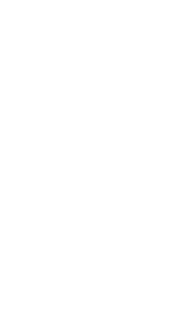
<source format=gbr>
G04 GERBER ASCII OUTPUT FROM: EDWINXP (VER. 1.61 REV. 20080915)*
G04 GERBER FORMAT: RX-274-X*
G04 BOARD: AMICUS_SMARTCARD*
G04 ARTWORK OF SOLD.PRINT POSITIVE*
%ASAXBY*%
%FSLAX23Y23*%
%MIA0B0*%
%MOIN*%
%OFA0.0000B0.0000*%
%SFA1B1*%
%IJA0B0*%
%INLAYER31POS*%
%IOA0B0*%
%IPPOS*%
%IR0*%
G04 APERTURE MACROS*
%AMEDWDONUT*
1,1,$1,$2,$3*
1,0,$4,$2,$3*
%
%AMEDWFRECT*
20,1,$1,$2,$3,$4,$5,$6*
%
%AMEDWORECT*
20,1,$1,$2,$3,$4,$5,$10*
20,1,$1,$4,$5,$6,$7,$10*
20,1,$1,$6,$7,$8,$9,$10*
20,1,$1,$8,$9,$2,$3,$10*
1,1,$1,$2,$3*
1,1,$1,$4,$5*
1,1,$1,$6,$7*
1,1,$1,$8,$9*
%
%AMEDWLINER*
20,1,$1,$2,$3,$4,$5,$6*
1,1,$1,$2,$3*
1,1,$1,$4,$5*
%
%AMEDWFTRNG*
4,1,3,$1,$2,$3,$4,$5,$6,$7,$8,$9*
%
%AMEDWATRNG*
4,1,3,$1,$2,$3,$4,$5,$6,$7,$8,$9*
20,1,$11,$1,$2,$3,$4,$10*
20,1,$11,$3,$4,$5,$6,$10*
20,1,$11,$5,$6,$7,$8,$10*
1,1,$11,$3,$4*
1,1,$11,$5,$6*
1,1,$11,$7,$8*
%
%AMEDWOTRNG*
20,1,$1,$2,$3,$4,$5,$8*
20,1,$1,$4,$5,$6,$7,$8*
20,1,$1,$6,$7,$2,$3,$8*
1,1,$1,$2,$3*
1,1,$1,$4,$5*
1,1,$1,$6,$7*
%
G04*
G04 APERTURE LIST*
%ADD10R,0.0650X0.0700*%
%ADD11R,0.0890X0.0940*%
%ADD12R,0.0550X0.0600*%
%ADD13R,0.0790X0.0840*%
%ADD14R,0.0700X0.0650*%
%ADD15R,0.0940X0.0890*%
%ADD16R,0.0600X0.0550*%
%ADD17R,0.0840X0.0790*%
%ADD18R,0.0350X0.0900*%
%ADD19R,0.0590X0.1140*%
%ADD20R,0.0250X0.0800*%
%ADD21R,0.0490X0.1040*%
%ADD22R,0.0760X0.0760*%
%ADD23R,0.1000X0.1000*%
%ADD24R,0.0600X0.0600*%
%ADD25R,0.0840X0.0840*%
%ADD26R,0.0500X0.0580*%
%ADD27R,0.0740X0.0820*%
%ADD28R,0.0400X0.0480*%
%ADD29R,0.0640X0.0720*%
%ADD30R,0.04724X0.06693*%
%ADD31R,0.07124X0.09093*%
%ADD32R,0.03937X0.05906*%
%ADD33R,0.06337X0.08306*%
%ADD34R,0.0860X0.0860*%
%ADD35R,0.1100X0.1100*%
%ADD36R,0.0700X0.0700*%
%ADD37R,0.0940X0.0940*%
%ADD38C,0.00039*%
%ADD40C,0.0010*%
%ADD42C,0.00118*%
%ADD44C,0.0020*%
%ADD45R,0.0020X0.0020*%
%ADD46C,0.0030*%
%ADD47R,0.0030X0.0030*%
%ADD48C,0.0040*%
%ADD49R,0.0040X0.0040*%
%ADD50C,0.0050*%
%ADD51R,0.0050X0.0050*%
%ADD52C,0.00512*%
%ADD53R,0.00512X0.00512*%
%ADD54C,0.00551*%
%ADD55R,0.00551X0.00551*%
%ADD56C,0.00591*%
%ADD57R,0.00591X0.00591*%
%ADD58C,0.00659*%
%ADD59R,0.00659X0.00659*%
%ADD60C,0.00669*%
%ADD62C,0.00787*%
%ADD63R,0.00787X0.00787*%
%ADD64C,0.00799*%
%ADD66C,0.0080*%
%ADD68C,0.00984*%
%ADD69R,0.00984X0.00984*%
%ADD70C,0.0100*%
%ADD71R,0.0100X0.0100*%
%ADD72C,0.01181*%
%ADD74C,0.0120*%
%ADD76C,0.0130*%
%ADD78C,0.0150*%
%ADD79R,0.0150X0.0150*%
%ADD80C,0.01575*%
%ADD82C,0.0160*%
%ADD83R,0.0160X0.0160*%
%ADD84C,0.01698*%
%ADD85R,0.01698X0.01698*%
%ADD86C,0.01797*%
%ADD87R,0.01797X0.01797*%
%ADD88C,0.01895*%
%ADD89R,0.01895X0.01895*%
%ADD90C,0.01969*%
%ADD91R,0.01969X0.01969*%
%ADD92C,0.01994*%
%ADD93R,0.01994X0.01994*%
%ADD94C,0.0200*%
%ADD96C,0.02092*%
%ADD97R,0.02092X0.02092*%
%ADD98C,0.02191*%
%ADD99R,0.02191X0.02191*%
%ADD100C,0.02289*%
%ADD101R,0.02289X0.02289*%
%ADD102C,0.02387*%
%ADD103R,0.02387X0.02387*%
%ADD104C,0.0240*%
%ADD105R,0.0240X0.0240*%
%ADD106C,0.0240*%
%ADD107R,0.0240X0.0240*%
%ADD108C,0.02486*%
%ADD109R,0.02486X0.02486*%
%ADD110C,0.0250*%
%ADD111R,0.0250X0.0250*%
%ADD112C,0.02584*%
%ADD113R,0.02584X0.02584*%
%ADD114C,0.02683*%
%ADD115R,0.02683X0.02683*%
%ADD116C,0.0290*%
%ADD117R,0.0290X0.0290*%
%ADD118C,0.02912*%
%ADD119R,0.02912X0.02912*%
%ADD120C,0.02951*%
%ADD121R,0.02951X0.02951*%
%ADD122C,0.02978*%
%ADD123R,0.02978X0.02978*%
%ADD124C,0.02991*%
%ADD125R,0.02991X0.02991*%
%ADD126C,0.0300*%
%ADD127R,0.0300X0.0300*%
%ADD128C,0.03059*%
%ADD129R,0.03059X0.03059*%
%ADD130C,0.03069*%
%ADD131R,0.03069X0.03069*%
%ADD132C,0.03076*%
%ADD133R,0.03076X0.03076*%
%ADD134C,0.03175*%
%ADD135R,0.03175X0.03175*%
%ADD136C,0.03199*%
%ADD137R,0.03199X0.03199*%
%ADD138C,0.0320*%
%ADD139R,0.0320X0.0320*%
%ADD140C,0.0347*%
%ADD141R,0.0347X0.0347*%
%ADD142C,0.0350*%
%ADD143R,0.0350X0.0350*%
%ADD144C,0.03569*%
%ADD145R,0.03569X0.03569*%
%ADD146C,0.0360*%
%ADD148C,0.03667*%
%ADD149R,0.03667X0.03667*%
%ADD150C,0.0370*%
%ADD152C,0.03765*%
%ADD153R,0.03765X0.03765*%
%ADD154C,0.0390*%
%ADD155R,0.0390X0.0390*%
%ADD156C,0.03937*%
%ADD157R,0.03937X0.03937*%
%ADD158C,0.03975*%
%ADD160C,0.0400*%
%ADD161R,0.0400X0.0400*%
%ADD162C,0.04061*%
%ADD163R,0.04061X0.04061*%
%ADD164C,0.04159*%
%ADD165R,0.04159X0.04159*%
%ADD166C,0.04173*%
%ADD167R,0.04173X0.04173*%
%ADD168C,0.04257*%
%ADD169R,0.04257X0.04257*%
%ADD170C,0.0440*%
%ADD172C,0.0450*%
%ADD173R,0.0450X0.0450*%
%ADD174C,0.04651*%
%ADD175R,0.04651X0.04651*%
%ADD176C,0.0470*%
%ADD177R,0.0470X0.0470*%
%ADD178C,0.04724*%
%ADD179R,0.04724X0.04724*%
%ADD180C,0.0490*%
%ADD181R,0.0490X0.0490*%
%ADD182C,0.0500*%
%ADD183R,0.0500X0.0500*%
%ADD184C,0.05045*%
%ADD185R,0.05045X0.05045*%
%ADD186C,0.05118*%
%ADD187R,0.05118X0.05118*%
%ADD188C,0.05143*%
%ADD189R,0.05143X0.05143*%
%ADD190C,0.05512*%
%ADD191R,0.05512X0.05512*%
%ADD192C,0.0560*%
%ADD194C,0.0570*%
%ADD195R,0.0570X0.0570*%
%ADD196C,0.0590*%
%ADD197R,0.0590X0.0590*%
%ADD198C,0.05906*%
%ADD199R,0.05906X0.05906*%
%ADD200C,0.05931*%
%ADD201R,0.05931X0.05931*%
%ADD202C,0.0600*%
%ADD203R,0.0600X0.0600*%
%ADD204C,0.06029*%
%ADD205R,0.06029X0.06029*%
%ADD206C,0.0620*%
%ADD208C,0.06201*%
%ADD209R,0.06201X0.06201*%
%ADD210C,0.06324*%
%ADD211R,0.06324X0.06324*%
%ADD212C,0.06337*%
%ADD213R,0.06337X0.06337*%
%ADD214C,0.0650*%
%ADD215R,0.0650X0.0650*%
%ADD216C,0.06512*%
%ADD217R,0.06512X0.06512*%
%ADD218C,0.06693*%
%ADD219R,0.06693X0.06693*%
%ADD220C,0.0690*%
%ADD221R,0.0690X0.0690*%
%ADD222C,0.06906*%
%ADD223R,0.06906X0.06906*%
%ADD224C,0.0700*%
%ADD225R,0.0700X0.0700*%
%ADD226C,0.0710*%
%ADD227R,0.0710X0.0710*%
%ADD228C,0.07124*%
%ADD229R,0.07124X0.07124*%
%ADD230C,0.0740*%
%ADD231R,0.0740X0.0740*%
%ADD232C,0.0750*%
%ADD233R,0.0750X0.0750*%
%ADD234C,0.07598*%
%ADD236C,0.0760*%
%ADD237R,0.0760X0.0760*%
%ADD238C,0.07874*%
%ADD240C,0.07912*%
%ADD242C,0.0800*%
%ADD243R,0.0800X0.0800*%
%ADD244C,0.0810*%
%ADD245R,0.0810X0.0810*%
%ADD246C,0.08306*%
%ADD247R,0.08306X0.08306*%
%ADD248C,0.0840*%
%ADD249R,0.0840X0.0840*%
%ADD250C,0.08598*%
%ADD251R,0.08598X0.08598*%
%ADD252C,0.0860*%
%ADD253R,0.0860X0.0860*%
%ADD254C,0.08601*%
%ADD255R,0.08601X0.08601*%
%ADD256C,0.0870*%
%ADD257R,0.0870X0.0870*%
%ADD258C,0.0890*%
%ADD259R,0.0890X0.0890*%
%ADD260C,0.0900*%
%ADD261R,0.0900X0.0900*%
%ADD262C,0.09093*%
%ADD263R,0.09093X0.09093*%
%ADD264C,0.0940*%
%ADD265R,0.0940X0.0940*%
%ADD266C,0.0970*%
%ADD267R,0.0970X0.0970*%
%ADD268C,0.09843*%
%ADD269R,0.09843X0.09843*%
%ADD270C,0.0990*%
%ADD271R,0.0990X0.0990*%
%ADD272C,0.09998*%
%ADD274C,0.1000*%
%ADD275R,0.1000X0.1000*%
%ADD276C,0.10274*%
%ADD277R,0.10274X0.10274*%
%ADD278C,0.1040*%
%ADD279R,0.1040X0.1040*%
%ADD280C,0.10998*%
%ADD281R,0.10998X0.10998*%
%ADD282C,0.1100*%
%ADD283R,0.1100X0.1100*%
%ADD284C,0.1110*%
%ADD285R,0.1110X0.1110*%
%ADD286C,0.1120*%
%ADD287R,0.1120X0.1120*%
%ADD288C,0.1140*%
%ADD289R,0.1140X0.1140*%
%ADD290C,0.1150*%
%ADD291R,0.1150X0.1150*%
%ADD292C,0.1200*%
%ADD293R,0.1200X0.1200*%
%ADD294C,0.1210*%
%ADD295R,0.1210X0.1210*%
%ADD296C,0.1240*%
%ADD297R,0.1240X0.1240*%
%ADD298C,0.1250*%
%ADD299R,0.1250X0.1250*%
%ADD300C,0.12992*%
%ADD301R,0.12992X0.12992*%
%ADD302C,0.1300*%
%ADD303R,0.1300X0.1300*%
%ADD304C,0.1340*%
%ADD305R,0.1340X0.1340*%
%ADD306C,0.1390*%
%ADD307R,0.1390X0.1390*%
%ADD308C,0.1420*%
%ADD309R,0.1420X0.1420*%
%ADD310C,0.1440*%
%ADD311R,0.1440X0.1440*%
%ADD312C,0.1490*%
%ADD313R,0.1490X0.1490*%
%ADD314C,0.1520*%
%ADD315R,0.1520X0.1520*%
%ADD316C,0.15374*%
%ADD317R,0.15374X0.15374*%
%ADD318C,0.1540*%
%ADD319R,0.1540X0.1540*%
%ADD320C,0.1660*%
%ADD321R,0.1660X0.1660*%
%ADD322C,0.17323*%
%ADD324C,0.1760*%
%ADD325R,0.1760X0.1760*%
%ADD326C,0.17774*%
%ADD327R,0.17774X0.17774*%
%ADD328C,0.18504*%
%ADD330C,0.18898*%
%ADD332C,0.20904*%
%ADD334C,0.2126*%
%ADD336C,0.21298*%
%ADD338C,0.22835*%
%ADD341R,0.23622X0.23622*%
%ADD343R,0.24937X0.24937*%
%ADD345R,0.26022X0.26022*%
%ADD347R,0.27337X0.27337*%
%ADD349R,0.31496X0.31496*%
%ADD351R,0.32811X0.32811*%
%ADD353R,0.33896X0.33896*%
%ADD355R,0.35211X0.35211*%
%ADD356C,0.45211*%
%ADD357R,0.45211X0.45211*%
%ADD358C,0.55211*%
%ADD359R,0.55211X0.55211*%
%ADD360C,0.65211*%
%ADD361R,0.65211X0.65211*%
%ADD362C,0.75211*%
%ADD363R,0.75211X0.75211*%
%ADD364C,0.85211*%
%ADD365R,0.85211X0.85211*%
%ADD366C,0.95211*%
%ADD367R,0.95211X0.95211*%
%ADD368C,1.05211*%
%ADD369R,1.05211X1.05211*%
%ADD370C,1.15211*%
%ADD371R,1.15211X1.15211*%
%ADD372C,1.25211*%
%ADD373R,1.25211X1.25211*%
%ADD374C,1.35211*%
%ADD375R,1.35211X1.35211*%
%ADD376C,1.45211*%
%ADD377R,1.45211X1.45211*%
%ADD378C,1.55211*%
%ADD379R,1.55211X1.55211*%
%ADD380C,1.65211*%
%ADD381R,1.65211X1.65211*%
%ADD382C,1.75211*%
%ADD383R,1.75211X1.75211*%
%ADD384C,1.85211*%
%ADD385R,1.85211X1.85211*%
%ADD386C,1.95211*%
%ADD387R,1.95211X1.95211*%
G04*
D66* 
G75*
G01X878Y753D02*
G03X876Y664I-1J-44D01*
G01*
G75*
G01X982Y664D02*
G03X984Y753I1J44D01*
G01*
X876Y664D02*
X989Y664D01*
X871Y753D02*
X984Y753D01*
D52* 
X955Y783D02*
X955Y803D01*
X950Y808D01*
X939Y808D01*
X934Y803D01*
X934Y788D01*
X944Y778D01*
X950Y778D01*
X955Y783D01*
X944Y788D02*
X934Y778D01*
X919Y778D02*
X909Y778D01*
X914Y778D02*
X914Y808D01*
X919Y803D01*
D66* 
G75*
G01X878Y1107D02*
G03X876Y1019I-1J-44D01*
G01*
G75*
G01X982Y1019D02*
G03X984Y1107I1J44D01*
G01*
X876Y1019D02*
X989Y1019D01*
X871Y1107D02*
X984Y1107D01*
D52* 
X955Y1137D02*
X955Y1157D01*
X950Y1163D01*
X939Y1163D01*
X934Y1157D01*
X934Y1142D01*
X944Y1132D01*
X950Y1132D01*
X955Y1137D01*
X944Y1142D02*
X934Y1132D01*
X924Y1157D02*
X919Y1163D01*
X909Y1163D01*
X904Y1157D01*
X904Y1152D01*
X909Y1147D01*
X919Y1147D01*
X924Y1142D01*
X924Y1132D01*
X904Y1132D01*
D66* 
G75*
G01X878Y1462D02*
G03X876Y1373I-1J-44D01*
G01*
G75*
G01X982Y1373D02*
G03X984Y1462I1J44D01*
G01*
X876Y1373D02*
X989Y1373D01*
X871Y1462D02*
X984Y1462D01*
D52* 
X955Y1491D02*
X955Y1512D01*
X950Y1517D01*
X939Y1517D01*
X934Y1512D01*
X934Y1496D01*
X944Y1486D01*
X950Y1486D01*
X955Y1491D01*
X944Y1496D02*
X934Y1486D01*
X924Y1512D02*
X919Y1517D01*
X909Y1517D01*
X904Y1512D01*
X904Y1507D01*
X909Y1502D01*
X914Y1502D01*
X909Y1502D02*
X904Y1496D01*
X904Y1491D01*
X909Y1486D01*
X919Y1486D01*
X924Y1491D01*
D54* 
X1181Y583D02*
X1181Y567D01*
X1171Y556D01*
X1171Y551D01*
X1171Y556D02*
X1160Y567D01*
X1160Y583D01*
X1150Y556D02*
X1150Y567D01*
X1144Y572D01*
X1134Y572D01*
X1129Y567D01*
X1129Y556D01*
X1134Y551D01*
X1144Y551D01*
X1150Y556D01*
X1113Y583D02*
X1108Y583D01*
X1108Y551D01*
X1113Y551D02*
X1102Y551D01*
X1087Y572D02*
X1071Y572D01*
X1081Y583D02*
X1081Y556D01*
X1076Y551D01*
X1071Y551D01*
X1066Y556D01*
X1050Y572D02*
X1039Y572D01*
X1034Y567D01*
X1034Y551D01*
X1034Y556D02*
X1039Y551D01*
X1050Y551D01*
X1055Y556D01*
X1050Y562D01*
X1034Y562D01*
X1003Y567D02*
X1008Y572D01*
X1018Y572D01*
X1024Y567D01*
X1024Y556D01*
X1018Y551D01*
X1013Y551D01*
X1003Y562D01*
X1003Y572D02*
X1003Y546D01*
X1008Y541D01*
X1024Y541D01*
X992Y562D02*
X971Y562D01*
X971Y567D01*
X976Y572D01*
X987Y572D01*
X992Y567D01*
X992Y556D01*
X987Y551D01*
X976Y551D01*
X929Y556D02*
X924Y551D01*
X913Y551D01*
X908Y556D01*
X908Y562D01*
X913Y567D01*
X924Y567D01*
X929Y572D01*
X929Y577D01*
X924Y583D01*
X913Y583D01*
X908Y577D01*
X898Y562D02*
X877Y562D01*
X877Y567D01*
X882Y572D01*
X892Y572D01*
X898Y567D01*
X898Y556D01*
X892Y551D01*
X882Y551D01*
X861Y583D02*
X856Y583D01*
X856Y551D01*
X861Y551D02*
X850Y551D01*
X835Y562D02*
X814Y562D01*
X814Y567D01*
X819Y572D01*
X829Y572D01*
X835Y567D01*
X835Y556D01*
X829Y551D01*
X819Y551D01*
X782Y567D02*
X787Y572D01*
X798Y572D01*
X803Y567D01*
X803Y556D01*
X798Y551D01*
X787Y551D01*
X782Y556D01*
X772Y572D02*
X756Y572D01*
X766Y583D02*
X766Y556D01*
X761Y551D01*
X756Y551D01*
X751Y556D01*
X735Y551D02*
X724Y551D01*
X730Y551D02*
X730Y572D01*
X735Y572D01*
X730Y583D02*
X730Y588D01*
X709Y556D02*
X709Y567D01*
X703Y572D01*
X693Y572D01*
X688Y567D01*
X688Y556D01*
X693Y551D01*
X703Y551D01*
X709Y556D01*
X677Y551D02*
X677Y572D01*
X677Y562D02*
X667Y572D01*
X661Y572D01*
X656Y567D01*
X656Y551D01*
X827Y656D02*
X822Y661D01*
X811Y661D01*
X806Y656D01*
X806Y651D01*
X811Y646D01*
X816Y646D01*
X811Y646D02*
X806Y640D01*
X806Y635D01*
X811Y630D01*
X822Y630D01*
X827Y635D01*
X795Y661D02*
X795Y646D01*
X785Y635D01*
X785Y630D01*
X785Y635D02*
X774Y646D01*
X774Y661D01*
X764Y656D02*
X759Y661D01*
X748Y661D01*
X743Y656D01*
X743Y651D01*
X748Y646D01*
X753Y646D01*
X748Y646D02*
X743Y640D01*
X743Y635D01*
X748Y630D01*
X759Y630D01*
X764Y635D01*
X1102Y635D02*
X1097Y630D01*
X1087Y630D01*
X1081Y635D01*
X1081Y646D01*
X1087Y651D01*
X1102Y651D01*
X1102Y661D01*
X1081Y661D01*
X1071Y661D02*
X1071Y646D01*
X1060Y635D01*
X1060Y630D01*
X1060Y635D02*
X1050Y646D01*
X1050Y661D01*
X827Y984D02*
X827Y1016D01*
X811Y1016D01*
X806Y1010D01*
X806Y1005D01*
X811Y1000D01*
X827Y1000D01*
X822Y1000D02*
X806Y984D01*
X795Y984D02*
X780Y984D01*
X774Y990D01*
X774Y995D01*
X780Y1000D01*
X790Y1000D01*
X780Y1000D02*
X774Y1005D01*
X774Y1010D01*
X780Y1016D01*
X795Y1016D01*
X790Y1016D02*
X790Y984D01*
X764Y990D02*
X764Y1010D01*
X759Y1016D01*
X748Y1016D01*
X743Y1010D01*
X743Y990D01*
X748Y984D01*
X759Y984D01*
X764Y990D01*
X743Y1010D01*
X1220Y984D02*
X1220Y1016D01*
X1205Y1016D01*
X1199Y1010D01*
X1199Y1005D01*
X1205Y1000D01*
X1220Y1000D01*
X1184Y984D02*
X1173Y984D01*
X1178Y984D02*
X1178Y1005D01*
X1184Y1005D01*
X1178Y1016D02*
X1178Y1021D01*
X1157Y984D02*
X1157Y1005D01*
X1157Y995D02*
X1147Y1005D01*
X1142Y1005D01*
X1136Y1000D01*
X1136Y984D01*
X1094Y990D02*
X1094Y1010D01*
X1089Y1016D01*
X1079Y1016D01*
X1073Y1010D01*
X1073Y990D01*
X1079Y984D01*
X1089Y984D01*
X1094Y990D01*
X1073Y1010D01*
X1058Y984D02*
X1052Y984D01*
X1042Y995D01*
X1042Y1010D01*
X1047Y1016D01*
X1058Y1016D01*
X1063Y1010D01*
X1063Y1005D01*
X1058Y1000D01*
X1047Y1000D01*
X1042Y1005D01*
X1081Y1265D02*
X1087Y1260D01*
X1097Y1260D01*
X1102Y1265D01*
X1102Y1286D01*
X1097Y1291D01*
X1087Y1291D01*
X1081Y1286D01*
X1066Y1281D02*
X1055Y1281D01*
X1050Y1276D01*
X1050Y1260D01*
X1050Y1265D02*
X1055Y1260D01*
X1066Y1260D01*
X1071Y1265D01*
X1066Y1270D01*
X1050Y1270D01*
X1039Y1260D02*
X1039Y1281D01*
X1039Y1270D02*
X1029Y1281D01*
X1024Y1281D01*
X1018Y1276D01*
X987Y1270D02*
X997Y1260D01*
X1003Y1260D01*
X1008Y1265D01*
X1008Y1276D01*
X1003Y1281D01*
X992Y1281D01*
X987Y1276D01*
X992Y1291D02*
X987Y1291D01*
X987Y1260D01*
X940Y1260D02*
X929Y1260D01*
X934Y1260D02*
X934Y1291D01*
X940Y1291D02*
X929Y1291D01*
X913Y1265D02*
X892Y1286D01*
X882Y1265D02*
X882Y1286D01*
X877Y1291D01*
X866Y1291D01*
X861Y1286D01*
X861Y1265D01*
X866Y1260D01*
X877Y1260D01*
X882Y1265D01*
X819Y1291D02*
X819Y1260D01*
X798Y1260D01*
X782Y1260D02*
X772Y1260D01*
X777Y1260D02*
X777Y1281D01*
X782Y1281D01*
X777Y1291D02*
X777Y1297D01*
X756Y1260D02*
X756Y1281D01*
X756Y1270D02*
X745Y1281D01*
X740Y1281D01*
X735Y1276D01*
X735Y1260D01*
X724Y1270D02*
X703Y1270D01*
X703Y1276D01*
X709Y1281D01*
X719Y1281D01*
X724Y1276D01*
X724Y1265D01*
X719Y1260D01*
X709Y1260D01*
X827Y1339D02*
X827Y1370D01*
X811Y1370D01*
X806Y1365D01*
X806Y1360D01*
X811Y1354D01*
X827Y1354D01*
X822Y1354D02*
X806Y1339D01*
X795Y1339D02*
X780Y1339D01*
X774Y1344D01*
X774Y1349D01*
X780Y1354D01*
X790Y1354D01*
X780Y1354D02*
X774Y1360D01*
X774Y1365D01*
X780Y1370D01*
X795Y1370D01*
X790Y1370D02*
X790Y1339D01*
X759Y1339D02*
X748Y1339D01*
X753Y1339D02*
X753Y1370D01*
X759Y1365D01*
X1220Y1339D02*
X1220Y1370D01*
X1205Y1370D01*
X1199Y1365D01*
X1199Y1360D01*
X1205Y1354D01*
X1220Y1354D01*
X1184Y1339D02*
X1173Y1339D01*
X1178Y1339D02*
X1178Y1360D01*
X1184Y1360D01*
X1178Y1370D02*
X1178Y1375D01*
X1157Y1339D02*
X1157Y1360D01*
X1157Y1349D02*
X1147Y1360D01*
X1142Y1360D01*
X1136Y1354D01*
X1136Y1339D01*
X1094Y1344D02*
X1094Y1365D01*
X1089Y1370D01*
X1079Y1370D01*
X1073Y1365D01*
X1073Y1344D01*
X1079Y1339D01*
X1089Y1339D01*
X1094Y1344D01*
X1073Y1365D01*
X1063Y1344D02*
X1063Y1349D01*
X1058Y1354D01*
X1047Y1354D01*
X1042Y1360D01*
X1042Y1365D01*
X1047Y1370D01*
X1058Y1370D01*
X1063Y1365D01*
X1063Y1360D01*
X1058Y1354D01*
X1047Y1354D02*
X1042Y1349D01*
X1042Y1344D01*
X1047Y1339D01*
X1058Y1339D01*
X1063Y1344D01*
X1160Y911D02*
X1165Y906D01*
X1176Y906D01*
X1181Y911D01*
X1181Y932D01*
X1176Y937D01*
X1165Y937D01*
X1160Y932D01*
X1144Y927D02*
X1134Y927D01*
X1129Y921D01*
X1129Y906D01*
X1129Y911D02*
X1134Y906D01*
X1144Y906D01*
X1150Y911D01*
X1144Y916D01*
X1129Y916D01*
X1118Y906D02*
X1118Y927D01*
X1118Y916D02*
X1108Y927D01*
X1102Y927D01*
X1097Y921D01*
X1066Y916D02*
X1076Y906D01*
X1081Y906D01*
X1087Y911D01*
X1087Y921D01*
X1081Y927D01*
X1071Y927D01*
X1066Y921D01*
X1071Y937D02*
X1066Y937D01*
X1066Y906D01*
X1024Y906D02*
X1008Y906D01*
X1003Y911D01*
X1003Y932D01*
X1008Y937D01*
X1024Y937D01*
X1018Y937D02*
X1018Y906D01*
X992Y916D02*
X971Y916D01*
X971Y921D01*
X976Y927D01*
X987Y927D01*
X992Y921D01*
X992Y911D01*
X987Y906D01*
X976Y906D01*
X961Y927D02*
X945Y927D01*
X955Y937D02*
X955Y911D01*
X950Y906D01*
X945Y906D01*
X940Y911D01*
X929Y916D02*
X908Y916D01*
X908Y921D01*
X913Y927D01*
X924Y927D01*
X929Y921D01*
X929Y911D01*
X924Y906D01*
X913Y906D01*
X877Y921D02*
X882Y927D01*
X892Y927D01*
X898Y921D01*
X898Y911D01*
X892Y906D01*
X882Y906D01*
X877Y911D01*
X866Y927D02*
X850Y927D01*
X861Y937D02*
X861Y911D01*
X856Y906D01*
X850Y906D01*
X845Y911D01*
X803Y937D02*
X803Y906D01*
X782Y906D01*
X766Y906D02*
X756Y906D01*
X761Y906D02*
X761Y927D01*
X766Y927D01*
X761Y937D02*
X761Y942D01*
X740Y906D02*
X740Y927D01*
X740Y916D02*
X730Y927D01*
X724Y927D01*
X719Y921D01*
X719Y906D01*
X709Y916D02*
X688Y916D01*
X688Y921D01*
X693Y927D01*
X703Y927D01*
X709Y921D01*
X709Y911D01*
X703Y906D01*
X693Y906D01*
M02*

</source>
